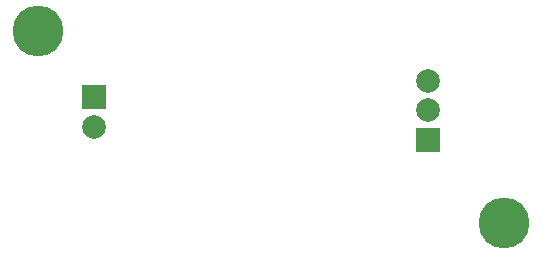
<source format=gbs>
G04*
G04 #@! TF.GenerationSoftware,Altium Limited,Altium Designer,19.1.6 (110)*
G04*
G04 Layer_Color=16711935*
%FSLAX43Y43*%
%MOMM*%
G71*
G01*
G75*
%ADD27C,4.300*%
%ADD28R,2.000X2.000*%
%ADD29C,2.000*%
D27*
X88900Y74900D02*
D03*
X49500Y91100D02*
D03*
D28*
X82500Y81900D02*
D03*
X54200Y85500D02*
D03*
D29*
X82500Y84400D02*
D03*
Y86900D02*
D03*
X54200Y83000D02*
D03*
M02*

</source>
